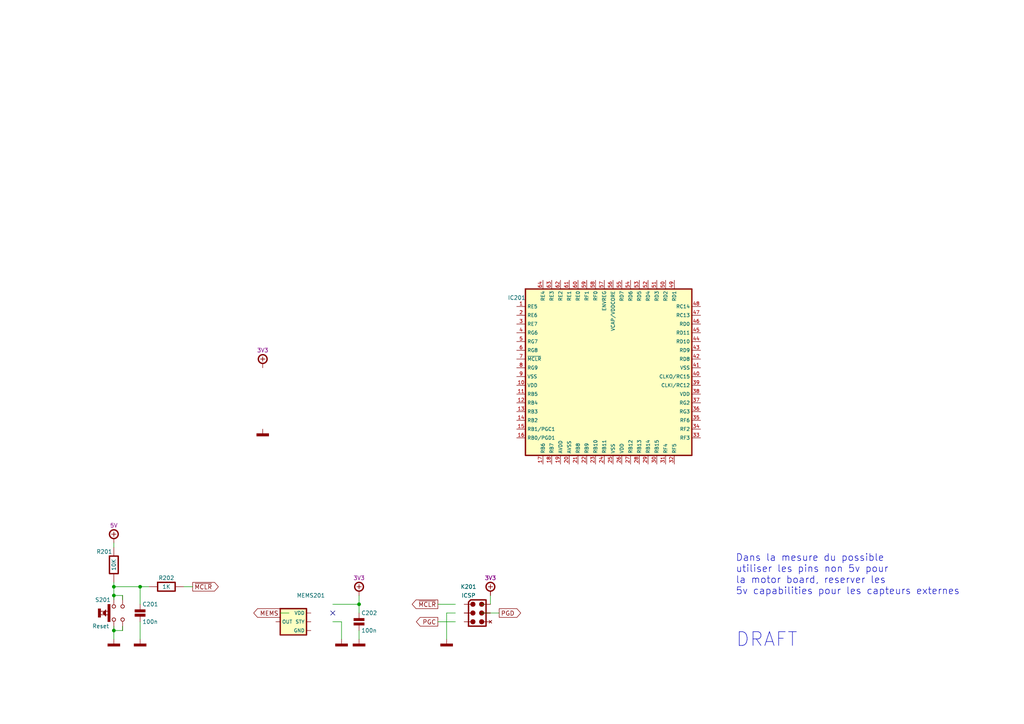
<source format=kicad_sch>
(kicad_sch (version 20230121) (generator eeschema)
  (paper "A4")
  (title_block (title "MCU - PIC24FJxxxGA106") (date "01/2023") (rev "A") (comment 1 "TCAR MCU Board - PIC24FJ"))
  (lib_symbols
    (symbol "tronixio:ALPS-SKRPAC" (pin_numbers hide) (pin_names (offset 0) hide)
      (property "Reference" "S" (at 0 8.89 0))
      (property "Value" "ALPS-SKRPAC" (at 0 6.35 0))
      (symbol "ALPS-SKRPAC_0_1"
        (rectangle (start -2.54 1.778) (end 2.54 1.016) (stroke (width 0.001)) (fill (type outline)))
        (circle (center -1.905 -2.54) (radius 0.508) (stroke (width 0.2)))
        (circle (center -1.905 0) (radius 0.508) (stroke (width 0.2)))
        (rectangle (start -1.27 4.572) (end 1.27 3.81) (stroke (width 0.001)) (fill (type outline)))
        (polyline (pts (xy -0.508 1.778) (xy -0.508 3.81)) (stroke (width 0.2)))
        (polyline (pts (xy 0.508 1.778) (xy 0.508 3.81)) (stroke (width 0.2)))
        (polyline (pts (xy -1.016 2.286) (xy 1.016 2.286) (xy 0 3.302) (xy -1.016 2.286)) (stroke (width 0.001)) (fill (type outline)))
        (circle (center 1.905 -2.54) (radius 0.508) (stroke (width 0.2)))
        (circle (center 1.905 0) (radius 0.508) (stroke (width 0.2)))
        (pin passive line (at -5.08 0 0) (length 2.54) (name "1") (number "1"))
        (pin passive line (at -5.08 -2.54 0) (length 2.54) (name "2") (number "2"))
        (pin passive line (at 5.08 0 180) (length 2.54) (name "3") (number "3"))
        (pin passive line (at 5.08 -2.54 180) (length 2.54) (name "4") (number "4"))
      )
    )
    (symbol "tronixio:CAPACITOR-1206-100N-10P-X7R" (pin_numbers hide) (pin_names (offset 0) hide)
      (property "Reference" "C" (at 1 2.54 0))
      (property "Value" "CAPACITOR-1206-100N-10P-X7R" (at 1 -2.54 0))
      (symbol "CAPACITOR-1206-100N-10P-X7R_0_1"
        (rectangle (start -1.524 -0.254) (end 1.524 -1.016) (stroke (width 0.001)) (fill (type outline)))
        (rectangle (start -1.524 1.016) (end 1.524 0.254) (stroke (width 0.001)) (fill (type outline)))
      )
      (symbol "CAPACITOR-1206-100N-10P-X7R_1_1"
        (pin passive line (at 0 2.54 270) (length 1.905) (name "~") (number "1"))
        (pin passive line (at 0 -2.54 90) (length 1.905) (name "~") (number "2"))
      )
    )
    (symbol "tronixio:MICROCHIP-DSC1001C-245760-CDFN" (pin_numbers hide) (pin_names (offset 0.5))
      (property "Reference" "MEMS" (at 5.08 2.54 0))
      (property "Value" "MICROCHIP-DSC1001C-245760-CDFN" (at 5.08 -7.62 0))
      (symbol "MICROCHIP-DSC1001C-245760-CDFN_0_1"
        (rectangle (start 1.27 1.27) (end 8.89 -6.35) (stroke (width 0.4)) (fill (type background)))
      )
      (symbol "MICROCHIP-DSC1001C-245760-CDFN_1_1"
        (pin input line (at 0 -2.54 0) (length 1.27) (name "STY") (number "1"))
        (pin power_in line (at 0 -5.08 0) (length 1.27) (name "GND") (number "2"))
        (pin output line (at 10.16 -2.54 180) (length 1.27) (name "OUT") (number "3"))
        (pin power_in line (at 0 0 0) (length 1.27) (name "VDD") (number "4"))
      )
    )
    (symbol "tronixio:MICROCHIP-ICSP-M-2X03" (pin_numbers hide) (pin_names (offset 0) hide)
      (property "Reference" "K" (at 3.81 2.54 0))
      (property "Value" "MICROCHIP-ICSP-M-2X03" (at 3.81 -7.62 0))
      (symbol "MICROCHIP-ICSP-M-2X03_0_0"
        (polyline (pts (xy 1.27 -6.35) (xy 6.35 -6.35) (xy 6.35 1.27) (xy 1.905 1.27) (xy 1.27 0.635) (xy 1.27 -6.35)) (stroke (width 0.4)))
        (circle (center 2.54 -5.08) (radius 0.635) (stroke (width 0.2)) (fill (type outline)))
        (circle (center 2.54 -2.54) (radius 0.635) (stroke (width 0.2)) (fill (type outline)))
        (circle (center 2.54 0) (radius 0.635) (stroke (width 0.2)) (fill (type outline)))
        (circle (center 5.08 -5.08) (radius 0.635) (stroke (width 0.2)) (fill (type outline)))
        (circle (center 5.08 -2.54) (radius 0.635) (stroke (width 0.2)) (fill (type outline)))
        (circle (center 5.08 0) (radius 0.635) (stroke (width 0.2)) (fill (type outline)))
      )
      (symbol "MICROCHIP-ICSP-M-2X03_1_1"
        (pin input line (at 0 0 0) (length 1.905) (name "~{MCLR}") (number "1"))
        (pin power_in line (at 7.62 0 180) (length 1.905) (name "VDD") (number "2"))
        (pin passive line (at 0 -2.54 0) (length 1.905) (name "GND") (number "3"))
        (pin bidirectional line (at 7.62 -2.54 180) (length 1.905) (name "PGD") (number "4"))
        (pin input line (at 0 -5.08 0) (length 1.905) (name "PGC") (number "5"))
        (pin no_connect line (at 7.62 -5.08 180) (length 1.905) (name "NC") (number "6"))
      )
    )
    (symbol "tronixio:MICROCHIP-PIC24FJ64GA106-TQFP" (pin_names (offset 0.5))
      (property "Reference" "U" (at 27.94 -17.78 0))
      (property "Value" "MICROCHIP-PIC24FJ64GA106-TQFP" (at 27.94 -55.88 0))
      (symbol "MICROCHIP-PIC24FJ64GA106-TQFP_0_1"
        (rectangle (start 2.54 5.08) (end 50.8 -43.18) (stroke (width 0.4)) (fill (type background)))
      )
      (symbol "MICROCHIP-PIC24FJ64GA106-TQFP_1_1"
        (pin bidirectional line (at 0 0 0) (length 2.54) (name "RE5") (number "1"))
        (pin power_in line (at 0 -22.86 0) (length 2.54) (name "VDD") (number "10"))
        (pin bidirectional line (at 0 -25.4 0) (length 2.54) (name "RB5") (number "11"))
        (pin bidirectional line (at 0 -27.94 0) (length 2.54) (name "RB4") (number "12"))
        (pin bidirectional line (at 0 -30.48 0) (length 2.54) (name "RB3") (number "13"))
        (pin bidirectional line (at 0 -33.02 0) (length 2.54) (name "RB2") (number "14"))
        (pin bidirectional line (at 0 -35.56 0) (length 2.54) (name "RB1/PGC1") (number "15"))
        (pin bidirectional line (at 0 -38.1 0) (length 2.54) (name "RB0/PGD1") (number "16"))
        (pin bidirectional line (at 7.62 -45.72 90) (length 2.54) (name "RB6") (number "17"))
        (pin bidirectional line (at 10.16 -45.72 90) (length 2.54) (name "RB7") (number "18"))
        (pin power_in line (at 12.7 -45.72 90) (length 2.54) (name "AVDD") (number "19"))
        (pin bidirectional line (at 0 -2.54 0) (length 2.54) (name "RE6") (number "2"))
        (pin power_in line (at 15.24 -45.72 90) (length 2.54) (name "AVSS") (number "20"))
        (pin bidirectional line (at 17.78 -45.72 90) (length 2.54) (name "RB8") (number "21"))
        (pin bidirectional line (at 20.32 -45.72 90) (length 2.54) (name "RB9") (number "22"))
        (pin bidirectional line (at 22.86 -45.72 90) (length 2.54) (name "RB10") (number "23"))
        (pin bidirectional line (at 25.4 -45.72 90) (length 2.54) (name "RB11") (number "24"))
        (pin power_in line (at 27.94 -45.72 90) (length 2.54) (name "VSS") (number "25"))
        (pin power_in line (at 30.48 -45.72 90) (length 2.54) (name "VDD") (number "26"))
        (pin bidirectional line (at 33.02 -45.72 90) (length 2.54) (name "RB12") (number "27"))
        (pin bidirectional line (at 35.56 -45.72 90) (length 2.54) (name "RB13") (number "28"))
        (pin bidirectional line (at 38.1 -45.72 90) (length 2.54) (name "RB14") (number "29"))
        (pin bidirectional line (at 0 -5.08 0) (length 2.54) (name "RE7") (number "3"))
        (pin bidirectional line (at 40.64 -45.72 90) (length 2.54) (name "RB15") (number "30"))
        (pin bidirectional line (at 43.18 -45.72 90) (length 2.54) (name "RF4") (number "31"))
        (pin bidirectional line (at 45.72 -45.72 90) (length 2.54) (name "RF5") (number "32"))
        (pin bidirectional line (at 53.34 -38.1 180) (length 2.54) (name "RF3") (number "33"))
        (pin bidirectional line (at 53.34 -35.56 180) (length 2.54) (name "RF2") (number "34"))
        (pin bidirectional line (at 53.34 -33.02 180) (length 2.54) (name "RF6") (number "35"))
        (pin bidirectional line (at 53.34 -30.48 180) (length 2.54) (name "RG3") (number "36"))
        (pin bidirectional line (at 53.34 -27.94 180) (length 2.54) (name "RG2") (number "37"))
        (pin power_in line (at 53.34 -25.4 180) (length 2.54) (name "VDD") (number "38"))
        (pin bidirectional line (at 53.34 -22.86 180) (length 2.54) (name "CLKI/RC12") (number "39"))
        (pin bidirectional line (at 0 -7.62 0) (length 2.54) (name "RG6") (number "4"))
        (pin bidirectional line (at 53.34 -20.32 180) (length 2.54) (name "CLKO/RC15") (number "40"))
        (pin power_in line (at 53.34 -17.78 180) (length 2.54) (name "VSS") (number "41"))
        (pin bidirectional line (at 53.34 -15.24 180) (length 2.54) (name "RD8") (number "42"))
        (pin bidirectional line (at 53.34 -12.7 180) (length 2.54) (name "RD9") (number "43"))
        (pin bidirectional line (at 53.34 -10.16 180) (length 2.54) (name "RD10") (number "44"))
        (pin bidirectional line (at 53.34 -7.62 180) (length 2.54) (name "RD11") (number "45"))
        (pin bidirectional line (at 53.34 -5.08 180) (length 2.54) (name "RD0") (number "46"))
        (pin bidirectional line (at 53.34 -2.54 180) (length 2.54) (name "RC13") (number "47"))
        (pin bidirectional line (at 53.34 0 180) (length 2.54) (name "RC14") (number "48"))
        (pin bidirectional line (at 45.72 7.62 270) (length 2.54) (name "RD1") (number "49"))
        (pin bidirectional line (at 0 -10.16 0) (length 2.54) (name "RG7") (number "5"))
        (pin bidirectional line (at 43.18 7.62 270) (length 2.54) (name "RD2") (number "50"))
        (pin bidirectional line (at 40.64 7.62 270) (length 2.54) (name "RD3") (number "51"))
        (pin bidirectional line (at 38.1 7.62 270) (length 2.54) (name "RD4") (number "52"))
        (pin bidirectional line (at 35.56 7.62 270) (length 2.54) (name "RD5") (number "53"))
        (pin bidirectional line (at 33.02 7.62 270) (length 2.54) (name "RD6") (number "54"))
        (pin bidirectional line (at 30.48 7.62 270) (length 2.54) (name "RD7") (number "55"))
        (pin passive line (at 27.94 7.62 270) (length 2.54) (name "VCAP/VDDCORE") (number "56"))
        (pin passive line (at 25.4 7.62 270) (length 2.54) (name "ENVREG") (number "57"))
        (pin bidirectional line (at 22.86 7.62 270) (length 2.54) (name "RF0") (number "58"))
        (pin bidirectional line (at 20.32 7.62 270) (length 2.54) (name "RF1") (number "59"))
        (pin bidirectional line (at 0 -12.7 0) (length 2.54) (name "RG8") (number "6"))
        (pin bidirectional line (at 17.78 7.62 270) (length 2.54) (name "RE0") (number "60"))
        (pin bidirectional line (at 15.24 7.62 270) (length 2.54) (name "RE1") (number "61"))
        (pin bidirectional line (at 12.7 7.62 270) (length 2.54) (name "RE2") (number "62"))
        (pin bidirectional line (at 10.16 7.62 270) (length 2.54) (name "RE3") (number "63"))
        (pin bidirectional line (at 7.62 7.62 270) (length 2.54) (name "RE4") (number "64"))
        (pin input line (at 0 -15.24 0) (length 2.54) (name "~{MCLR}") (number "7"))
        (pin bidirectional line (at 0 -17.78 0) (length 2.54) (name "RG9") (number "8"))
        (pin power_in line (at 0 -20.32 0) (length 2.54) (name "VSS") (number "9"))
      )
    )
    (symbol "tronixio:POWER-+3V3" (power) (pin_numbers hide) (pin_names (offset 0) hide)
      (property "Name" "3V3" (at 0 5.08 0))
      (symbol "POWER-+3V3_0_1"
        (polyline (pts (xy -0.635 2.54) (xy 0.635 2.54)) (stroke (width 0.2)))
        (polyline (pts (xy 0 1.905) (xy 0 3.175)) (stroke (width 0.2)))
        (circle (center 0 2.54) (radius 1.27) (stroke (width 0.4)))
      )
      (symbol "POWER-+3V3_1_1"
        (pin power_in line (at 0 0 90) (length 1.27) (name "+3V3") (number "1"))
      )
    )
    (symbol "tronixio:POWER-+5V" (power) (pin_numbers hide) (pin_names (offset 0) hide)
      (property "Name" "5V" (at 0 5.08 0))
      (symbol "POWER-+5V_0_1"
        (polyline (pts (xy -0.635 2.54) (xy 0.635 2.54)) (stroke (width 0.2)))
        (polyline (pts (xy 0 1.905) (xy 0 3.175)) (stroke (width 0.2)))
        (circle (center 0 2.54) (radius 1.27) (stroke (width 0.4)))
      )
      (symbol "POWER-+5V_1_1"
        (pin power_in line (at 0 0 90) (length 1.27) (name "+5V") (number "1"))
      )
    )
    (symbol "tronixio:POWER-GND" (power) (pin_numbers hide) (pin_names (offset 0) hide)
      (symbol "POWER-GND_0_1"
        (rectangle (start -1.778 -2.032) (end 1.778 -1.27) (stroke (width 0.001)) (fill (type outline)))
      )
      (symbol "POWER-GND_1_1"
        (pin power_in line (at 0 0 270) (length 1.27) (name "GND") (number "1"))
      )
    )
    (symbol "tronixio:RESISTOR-1206-10K-5P" (pin_numbers hide) (pin_names (offset 0) hide)
      (property "Reference" "R" (at 2.54 1.27 0))
      (property "Value" "RESISTOR-1206-10K-5P" (at 2.54 -1.27 0))
      (symbol "RESISTOR-1206-10K-5P_0_1"
        (rectangle (start -1.27 -2.54) (end 1.27 2.54) (stroke (width 0.4)))
      )
      (symbol "RESISTOR-1206-10K-5P_1_1"
        (pin passive line (at 0 5.08 270) (length 2.54) (name "~") (number "1"))
        (pin passive line (at 0 -5.08 90) (length 2.54) (name "~") (number "2"))
      )
    )
    (symbol "tronixio:RESISTOR-1206-1K-5P" (pin_numbers hide) (pin_names (offset 0) hide)
      (property "Reference" "R" (at 2.54 1.27 0))
      (property "Value" "RESISTOR-1206-1K-5P" (at 2.54 -1.27 0))
      (symbol "RESISTOR-1206-1K-5P_0_1"
        (rectangle (start -1.27 -2.54) (end 1.27 2.54) (stroke (width 0.4)))
      )
      (symbol "RESISTOR-1206-1K-5P_1_1"
        (pin passive line (at 0 5.08 270) (length 2.54) (name "~") (number "1"))
        (pin passive line (at 0 -5.08 90) (length 2.54) (name "~") (number "2"))
      )
    )
  )
  (junction (at 33.02 182.88) (diameter 0.9144))
  (junction (at 40.64 170.18))
  (junction (at 33.02 170.18) (diameter 0.9144))
  (junction (at 104.14 175.26) (diameter 0.9144))
  (junction (at 33.02 172.72) (diameter 0.9144))
  (no_connect (at 96.52 177.8))
  (wire (pts (xy 96.52 180.34) (xy 99.06 180.34)))
  (wire (pts (xy 104.14 175.26) (xy 104.14 177.8)))
  (wire (pts (xy 33.02 181.61) (xy 33.02 182.88)))
  (wire (pts (xy 33.02 172.72) (xy 33.02 173.99)))
  (wire (pts (xy 33.02 182.88) (xy 35.56 182.88)))
  (wire (pts (xy 104.14 182.88) (xy 104.14 185.42)))
  (wire (pts (xy 40.64 180.34) (xy 40.64 185.42)))
  (wire (pts (xy 104.14 172.72) (xy 104.14 175.26)))
  (wire (pts (xy 81.28 177.8) (xy 83.82 177.8)))
  (wire (pts (xy 96.52 175.26) (xy 104.14 175.26)))
  (wire (pts (xy 35.56 173.99) (xy 35.56 172.72)))
  (wire (pts (xy 33.02 157.48) (xy 33.02 158.75)))
  (wire (pts (xy 33.02 182.88) (xy 33.02 185.42)))
  (wire (pts (xy 35.56 181.61) (xy 35.56 182.88)))
  (wire (pts (xy 99.06 180.34) (xy 99.06 185.42)))
  (wire (pts (xy 33.02 170.18) (xy 40.64 170.18)))
  (wire (pts (xy 139.7 177.8) (xy 144.78 177.8)))
  (wire (pts (xy 132.08 177.8) (xy 129.54 177.8)))
  (wire (pts (xy 40.64 170.18) (xy 43.18 170.18)))
  (wire (pts (xy 33.02 172.72) (xy 35.56 172.72)))
  (wire (pts (xy 53.34 170.18) (xy 55.88 170.18)))
  (wire (pts (xy 129.54 177.8) (xy 129.54 185.42)))
  (wire (pts (xy 33.02 168.91) (xy 33.02 170.18)))
  (wire (pts (xy 142.24 172.72) (xy 142.24 175.26)))
  (wire (pts (xy 127 175.26) (xy 132.08 175.26)))
  (wire (pts (xy 139.7 175.26) (xy 142.24 175.26)))
  (wire (pts (xy 40.64 175.26) (xy 40.64 170.18)))
  (wire (pts (xy 33.02 170.18) (xy 33.02 172.72)))
  (wire (pts (xy 127 180.34) (xy 132.08 180.34)))
  (text "Dans la mesure du possible\nutiliser les pins non 5v pour\nla motor board, reserver les\n5v capabilities pour les capteurs externes" (at 213.36 172.72 0) (effects (font (size 2 2)) (justify left bottom)))
  (text "DRAFT" (at 213.36 187.96 0) (effects (font (size 4 4)) (justify left bottom)))
  (global_label "~{MCLR}" (shape output) (at 127 175.26 180) (property "Intersheetrefs" "${INTERSHEET_REFS}" (effects hide)))
  (global_label "PGD" (shape output) (at 144.78 177.8 0) (property "Intersheetrefs" "${INTERSHEET_REFS}" (effects hide)))
  (global_label "~{MCLR}" (shape output) (at 55.88 170.18 0) (property "Intersheetrefs" "${INTERSHEET_REFS}" (effects hide)))
  (global_label "MEMS" (shape output) (at 81.28 177.8 180) (property "Intersheetrefs" "${INTERSHEET_REFS}" (effects hide)))
  (global_label "PGC" (shape output) (at 127 180.34 180) (property "Intersheetrefs" "${INTERSHEET_REFS}" (effects hide)))
  (symbol (lib_id "tronixio:POWER-GND") (at 76.2 124.46 0) (unit 1)
    (property "Reference" "#PWR0205" (effects hide))
    (property "Value" "POWER-GND" (effects hide))
    (property "Name" "GND" (effects hide))
  )
  (symbol (lib_id "tronixio:POWER-+3V3") (at 142.24 172.72 0) (unit 1)
    (property "Reference" "#PWR0210" (effects hide))
    (property "Value" "POWER-+3V3" (effects hide))
    (property "Name" "3V3" (at 142.24 167.64 0) (effects (font (size 1.15 1.15))))
  )
  (symbol (lib_id "tronixio:ALPS-SKRPAC") (at 33.02 177.8 90) (unit 1)
    (property "Reference" "S201" (at 29.845 173.99 90) (effects (font (size 1.15 1.15))))
    (property "Value" "Reset" (at 29.21 181.61 90) (effects (font (size 1.15 1.15))))
    (property "Footprint" "tronixio:ALPS-SKRPAC" (effects hide))
    (property "Datasheet" "http://www.alps.com/prod/info/E/HTML/Tact/SurfaceMount/SKRP/SKRPACE010.html" (effects hide))
    (property "Mouser" "688-SKRPACE010" (effects hide))
  )
  (symbol (lib_id "tronixio:POWER-+3V3") (at 104.14 172.72 0) (unit 1)
    (property "Reference" "#PWR0207" (effects hide))
    (property "Value" "POWER-+3V3" (effects hide))
    (property "Name" "3V3" (at 104.14 167.64 0) (effects (font (size 1.15 1.15))))
  )
  (symbol (lib_id "tronixio:POWER-GND") (at 129.54 185.42 0) (unit 1)
    (property "Reference" "#PWR0209" (effects hide))
    (property "Value" "POWER-GND" (effects hide))
    (property "Name" "GND" (effects hide))
  )
  (symbol (lib_id "tronixio:POWER-+3V3") (at 76.2 106.68 0) (unit 1)
    (property "Reference" "#PWR0204" (effects hide))
    (property "Value" "POWER-+3V3" (effects hide))
    (property "Name" "3V3" (at 76.2 101.6 0) (effects (font (size 1.15 1.15))))
  )
  (symbol (lib_id "tronixio:RESISTOR-1206-10K-5P") (at 33.02 163.83 180) (unit 1)
    (property "Reference" "R201" (at 27.94 160.02 0) (effects (font (size 1.15 1.15)) (justify right)))
    (property "Value" "10K" (at 33.02 163.83 90) (effects (font (size 1.15 1.15))))
    (property "Footprint" "tronixio:RESISTOR-SMD-1206" (effects hide))
    (property "Tolerance" "5%" (effects hide))
    (property "Mouser" "660-RK73B2BTTDD103J" (effects hide))
  )
  (symbol (lib_id "tronixio:POWER-+5V") (at 33.02 157.48 0) (unit 1)
    (property "Reference" "#PWR0201" (effects hide))
    (property "Value" "+5V" (effects hide))
    (property "Name" "5V" (at 33.02 152.4 0) (effects (font (size 1.15 1.15))))
  )
  (symbol (lib_id "tronixio:CAPACITOR-1206-100N-10P-X7R") (at 104.14 180.34 0) (unit 1)
    (property "Reference" "C202" (at 104.775 177.8 0) (effects (font (size 1.15 1.15)) (justify left)))
    (property "Value" "100n" (at 104.775 182.88 0) (effects (font (size 1.15 1.15)) (justify left)))
    (property "Footprint" "tronixio:CAPACITOR-SMD-1206" (effects hide))
    (property "Voltage" "50V" (effects hide))
    (property "Tolerance" "10%" (effects hide))
    (property "Mouser" "80-C1206C104K5R" (effects hide))
  )
  (symbol (lib_id "tronixio:MICROCHIP-PIC24FJ64GA106-TQFP") (at 149.86 88.9 0) (unit 1)
    (property "Reference" "IC201" (at 149.86 86.36 0) (effects (font (size 1.15 1.15))))
    (property "Value" "MICROCHIP-PIC24FJ64GA106-TQFP" (effects hide))
    (property "Footprint" "tronixio:TQFP-64" (effects hide))
    (property "Datasheet" "https://www.microchip.com/en-us/product/PIC24FJ64GA106" (effects hide))
    (property "Mouser" "579-24FJ64GA106IPT" (effects hide))
  )
  (symbol (lib_id "tronixio:POWER-GND") (at 99.06 185.42 0) (unit 1)
    (property "Reference" "#PWR0206" (effects hide))
    (property "Value" "POWER-GND" (effects hide))
    (property "Name" "GND" (effects hide))
  )
  (symbol (lib_id "tronixio:POWER-GND") (at 33.02 185.42 0) (unit 1)
    (property "Reference" "#PWR0202" (effects hide))
    (property "Value" "GND" (effects hide))
    (property "Name" "GND" (effects hide))
  )
  (symbol (lib_id "tronixio:RESISTOR-1206-1K-5P") (at 48.26 170.18 270) (unit 1)
    (property "Reference" "R202" (at 48.26 167.64 90) (effects (font (size 1.15 1.15))))
    (property "Value" "1K" (at 48.26 170.18 90) (effects (font (size 1.15 1.15))))
    (property "Footprint" "tronixio:RESISTOR-SMD-1206" (effects hide))
    (property "Tolerance" "5%" (effects hide))
    (property "Mouser" "660-RK73B2BTTDD102J" (effects hide))
  )
  (symbol (lib_id "tronixio:MICROCHIP-DSC1001C-245760-CDFN") (at 90.17 177.8 0) (mirror y) (unit 1)
    (property "Reference" "MEMS201" (at 90.17 172.72 0) (effects (font (size 1.15 1.15))))
    (property "Value" "MICROCHIP-DSC1001C-245760-CDFN" (effects hide))
    (property "Footprint" "tronixio:CDFN-3225" (effects hide))
    (property "Datasheet" "https://www.microchip.com/wwwproducts/en/DSC1001" (effects hide))
    (property "Mouser" "998-1001CI2-024.5760" (effects hide))
  )
  (symbol (lib_id "tronixio:CAPACITOR-1206-100N-10P-X7R") (at 40.64 177.8 0) (unit 1)
    (property "Reference" "C201" (at 41.275 175.26 0) (effects (font (size 1.15 1.15)) (justify left)))
    (property "Value" "100n" (at 41.275 180.34 0) (effects (font (size 1.15 1.15)) (justify left)))
    (property "Footprint" "tronixio:CAPACITOR-SMD-1206" (effects hide))
    (property "Voltage" "50V" (effects hide))
    (property "Tolerance" "10%" (effects hide))
    (property "Mouser" "80-C1206C104K5R" (effects hide))
  )
  (symbol (lib_id "tronixio:POWER-GND") (at 104.14 185.42 0) (unit 1)
    (property "Reference" "#PWR0208" (effects hide))
    (property "Value" "POWER-GND" (effects hide))
    (property "Name" "GND" (effects hide))
  )
  (symbol (lib_id "tronixio:MICROCHIP-ICSP-M-2X03") (at 134.62 175.26 0) (unit 1)
    (property "Reference" "K201" (at 135.89 170.18 0) (effects (font (size 1.15 1.15))))
    (property "Value" "ICSP" (at 135.89 172.72 0) (effects (font (size 1.15 1.15))))
    (property "Footprint" "tronixio:HARWIN-M20-998034x" (effects hide))
    (property "Datasheet" "https://ww1.microchip.com/downloads/en/DeviceDoc/30277d.pdf" (effects hide))
    (property "Mouser" "855-M20-9980346" (effects hide))
  )
  (symbol (lib_id "tronixio:POWER-GND") (at 40.64 185.42 0) (unit 1)
    (property "Reference" "#PWR0203" (effects hide))
    (property "Value" "GND" (effects hide))
    (property "Name" "GND" (effects hide))
  )
)
</source>
